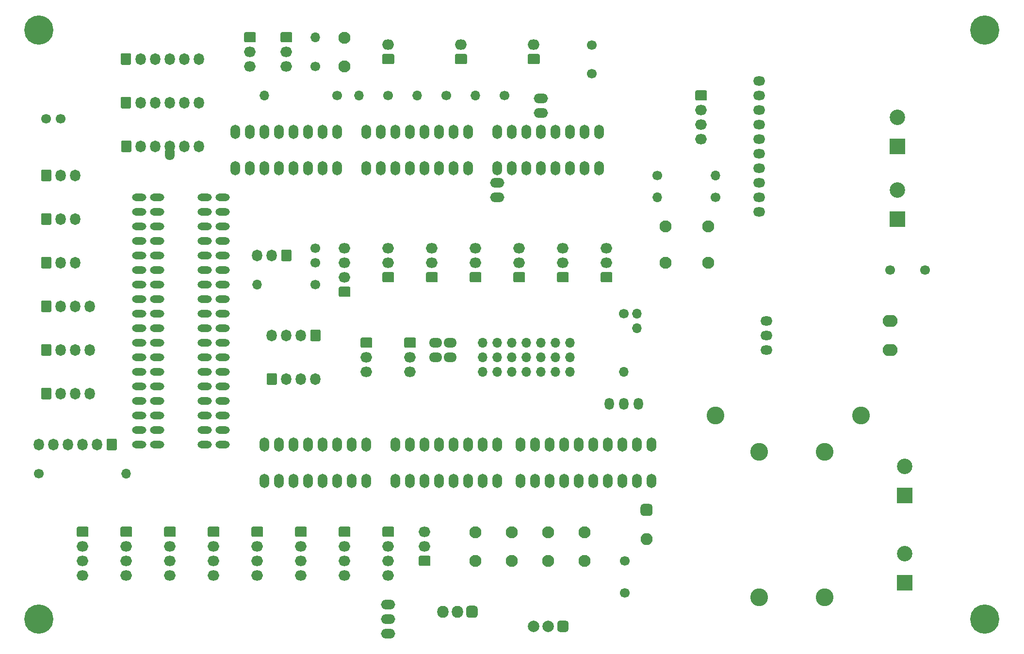
<source format=gbs>
G04 #@! TF.GenerationSoftware,KiCad,Pcbnew,(5.1.6)-1*
G04 #@! TF.CreationDate,2021-05-04T08:31:33+05:30*
G04 #@! TF.ProjectId,PCB board,50434220-626f-4617-9264-2e6b69636164,rev?*
G04 #@! TF.SameCoordinates,Original*
G04 #@! TF.FileFunction,Soldermask,Bot*
G04 #@! TF.FilePolarity,Negative*
%FSLAX46Y46*%
G04 Gerber Fmt 4.6, Leading zero omitted, Abs format (unit mm)*
G04 Created by KiCad (PCBNEW (5.1.6)-1) date 2021-05-04 08:31:33*
%MOMM*%
%LPD*%
G01*
G04 APERTURE LIST*
%ADD10O,1.700000X2.300000*%
%ADD11O,2.300000X1.700000*%
%ADD12O,2.500000X1.300000*%
%ADD13O,2.100000X1.624000*%
%ADD14C,3.100000*%
%ADD15O,1.700000X1.700000*%
%ADD16O,2.100000X1.800000*%
%ADD17O,2.100000X2.100000*%
%ADD18C,2.100000*%
%ADD19O,2.005000X2.100000*%
%ADD20C,2.000000*%
%ADD21O,1.624000X2.100000*%
%ADD22C,1.700000*%
%ADD23O,1.700000X2.500000*%
%ADD24O,1.800000X2.050000*%
%ADD25R,2.700000X2.700000*%
%ADD26C,2.700000*%
%ADD27C,5.100000*%
%ADD28O,2.050000X1.800000*%
%ADD29O,2.500000X1.700000*%
%ADD30O,2.600000X2.100000*%
G04 APERTURE END LIST*
D10*
X77470000Y-64770000D03*
D11*
X126365000Y-100330000D03*
X123825000Y-100330000D03*
X123825000Y-97790000D03*
X126365000Y-97790000D03*
D12*
X72090000Y-115570000D03*
X72090000Y-113030000D03*
X72090000Y-110490000D03*
X72090000Y-107950000D03*
X72090000Y-105410000D03*
X72090000Y-102870000D03*
X72090000Y-100330000D03*
X72090000Y-97790000D03*
X72090000Y-95250000D03*
X72090000Y-92710000D03*
X72090000Y-90170000D03*
X72090000Y-87630000D03*
X72090000Y-85090000D03*
X72090000Y-82550000D03*
X72090000Y-80010000D03*
X72090000Y-77470000D03*
X72090000Y-74930000D03*
X72090000Y-72390000D03*
X75230000Y-115570000D03*
X75230000Y-113030000D03*
X75230000Y-110490000D03*
X75230000Y-107950000D03*
X75230000Y-105410000D03*
X75230000Y-102870000D03*
X75230000Y-100330000D03*
X75230000Y-97790000D03*
X75230000Y-95250000D03*
X75230000Y-92710000D03*
X75230000Y-90170000D03*
X75230000Y-87630000D03*
X75230000Y-85090000D03*
X75230000Y-82550000D03*
X75230000Y-80010000D03*
X75230000Y-77470000D03*
X75230000Y-74930000D03*
X75230000Y-72390000D03*
X83520000Y-115570000D03*
X83520000Y-113030000D03*
X83520000Y-110490000D03*
X83520000Y-107950000D03*
X83520000Y-105410000D03*
X83520000Y-102870000D03*
X83520000Y-100330000D03*
X83520000Y-97790000D03*
X83520000Y-95250000D03*
X83520000Y-92710000D03*
X83520000Y-90170000D03*
X83520000Y-87630000D03*
X83520000Y-85090000D03*
X83520000Y-82550000D03*
X83520000Y-80010000D03*
X83520000Y-77470000D03*
X83520000Y-74930000D03*
X83520000Y-72390000D03*
X86660000Y-115570000D03*
X86660000Y-113030000D03*
X86660000Y-110490000D03*
X86660000Y-107950000D03*
X86660000Y-105410000D03*
X86660000Y-102870000D03*
X86660000Y-100330000D03*
X86660000Y-97790000D03*
X86660000Y-95250000D03*
X86660000Y-92710000D03*
X86660000Y-90170000D03*
X86660000Y-87630000D03*
X86660000Y-85090000D03*
X86660000Y-82550000D03*
X86660000Y-80010000D03*
X86660000Y-77470000D03*
X86660000Y-74930000D03*
X86660000Y-72390000D03*
D13*
X180340000Y-74930000D03*
X180340000Y-72390000D03*
X180340000Y-69850000D03*
X180340000Y-67310000D03*
X180340000Y-64770000D03*
X180340000Y-62230000D03*
X180340000Y-59690000D03*
X180340000Y-57150000D03*
X180340000Y-54610000D03*
X180340000Y-52070000D03*
D14*
X172720000Y-110490000D03*
X198120000Y-110490000D03*
X191770000Y-142240000D03*
X191770000Y-116840000D03*
X180340000Y-142240000D03*
X180340000Y-116840000D03*
D15*
X159004000Y-92710000D03*
G36*
G01*
X116355400Y-49160000D02*
X114784600Y-49160000D01*
G75*
G02*
X114520000Y-48895400I0J264600D01*
G01*
X114520000Y-47624600D01*
G75*
G02*
X114784600Y-47360000I264600J0D01*
G01*
X116355400Y-47360000D01*
G75*
G02*
X116620000Y-47624600I0J-264600D01*
G01*
X116620000Y-48895400D01*
G75*
G02*
X116355400Y-49160000I-264600J0D01*
G01*
G37*
D16*
X115570000Y-45760000D03*
G36*
G01*
X129055400Y-49160000D02*
X127484600Y-49160000D01*
G75*
G02*
X127220000Y-48895400I0J264600D01*
G01*
X127220000Y-47624600D01*
G75*
G02*
X127484600Y-47360000I264600J0D01*
G01*
X129055400Y-47360000D01*
G75*
G02*
X129320000Y-47624600I0J-264600D01*
G01*
X129320000Y-48895400D01*
G75*
G02*
X129055400Y-49160000I-264600J0D01*
G01*
G37*
X128270000Y-45760000D03*
G36*
G01*
X141755400Y-49160000D02*
X140184600Y-49160000D01*
G75*
G02*
X139920000Y-48895400I0J264600D01*
G01*
X139920000Y-47624600D01*
G75*
G02*
X140184600Y-47360000I264600J0D01*
G01*
X141755400Y-47360000D01*
G75*
G02*
X142020000Y-47624600I0J-264600D01*
G01*
X142020000Y-48895400D01*
G75*
G02*
X141755400Y-49160000I-264600J0D01*
G01*
G37*
X140970000Y-45760000D03*
G36*
G01*
X160130000Y-125950000D02*
X161180000Y-125950000D01*
G75*
G02*
X161705000Y-126475000I0J-525000D01*
G01*
X161705000Y-127525000D01*
G75*
G02*
X161180000Y-128050000I-525000J0D01*
G01*
X160130000Y-128050000D01*
G75*
G02*
X159605000Y-127525000I0J525000D01*
G01*
X159605000Y-126475000D01*
G75*
G02*
X160130000Y-125950000I525000J0D01*
G01*
G37*
D17*
X160655000Y-132080000D03*
D18*
X130810000Y-130890000D03*
X130810000Y-135890000D03*
X137160000Y-135890000D03*
X137160000Y-130890000D03*
X143510000Y-135890000D03*
X143510000Y-130890000D03*
X149860000Y-130890000D03*
X149860000Y-135890000D03*
G36*
G01*
X131177500Y-144231250D02*
X131177500Y-145328750D01*
G75*
G02*
X130676250Y-145830000I-501250J0D01*
G01*
X129673750Y-145830000D01*
G75*
G02*
X129172500Y-145328750I0J501250D01*
G01*
X129172500Y-144231250D01*
G75*
G02*
X129673750Y-143730000I501250J0D01*
G01*
X130676250Y-143730000D01*
G75*
G02*
X131177500Y-144231250I0J-501250D01*
G01*
G37*
D19*
X127635000Y-144780000D03*
X125095000Y-144780000D03*
D20*
X143510000Y-147320000D03*
G36*
G01*
X147050000Y-146820000D02*
X147050000Y-147820000D01*
G75*
G02*
X146550000Y-148320000I-500000J0D01*
G01*
X145550000Y-148320000D01*
G75*
G02*
X145050000Y-147820000I0J500000D01*
G01*
X145050000Y-146820000D01*
G75*
G02*
X145550000Y-146320000I500000J0D01*
G01*
X146550000Y-146320000D01*
G75*
G02*
X147050000Y-146820000I0J-500000D01*
G01*
G37*
X140970000Y-147320000D03*
D15*
X159004000Y-95250000D03*
D21*
X156718000Y-108458000D03*
X154178000Y-108458000D03*
X159258000Y-108458000D03*
D22*
X54610000Y-120650000D03*
D15*
X69850000Y-120650000D03*
D22*
X156845000Y-141478000D03*
X156845000Y-135890000D03*
D23*
X111760000Y-67310000D03*
X114300000Y-67310000D03*
X116840000Y-67310000D03*
X119380000Y-67310000D03*
X121920000Y-67310000D03*
X124460000Y-67310000D03*
X127000000Y-67310000D03*
X129540000Y-67310000D03*
G36*
G01*
X68210000Y-114809706D02*
X68210000Y-116330294D01*
G75*
G02*
X67945294Y-116595000I-264706J0D01*
G01*
X66674706Y-116595000D01*
G75*
G02*
X66410000Y-116330294I0J264706D01*
G01*
X66410000Y-114809706D01*
G75*
G02*
X66674706Y-114545000I264706J0D01*
G01*
X67945294Y-114545000D01*
G75*
G02*
X68210000Y-114809706I0J-264706D01*
G01*
G37*
D24*
X64770000Y-115570000D03*
X62230000Y-115570000D03*
X59690000Y-115570000D03*
X57150000Y-115570000D03*
X54610000Y-115570000D03*
G36*
G01*
X54980000Y-107440294D02*
X54980000Y-105919706D01*
G75*
G02*
X55244706Y-105655000I264706J0D01*
G01*
X56515294Y-105655000D01*
G75*
G02*
X56780000Y-105919706I0J-264706D01*
G01*
X56780000Y-107440294D01*
G75*
G02*
X56515294Y-107705000I-264706J0D01*
G01*
X55244706Y-107705000D01*
G75*
G02*
X54980000Y-107440294I0J264706D01*
G01*
G37*
X58420000Y-106680000D03*
X60960000Y-106680000D03*
X63500000Y-106680000D03*
G36*
G01*
X54980000Y-99820294D02*
X54980000Y-98299706D01*
G75*
G02*
X55244706Y-98035000I264706J0D01*
G01*
X56515294Y-98035000D01*
G75*
G02*
X56780000Y-98299706I0J-264706D01*
G01*
X56780000Y-99820294D01*
G75*
G02*
X56515294Y-100085000I-264706J0D01*
G01*
X55244706Y-100085000D01*
G75*
G02*
X54980000Y-99820294I0J264706D01*
G01*
G37*
X58420000Y-99060000D03*
X60960000Y-99060000D03*
X63500000Y-99060000D03*
D22*
X203200000Y-85090000D03*
X209296000Y-85090000D03*
D25*
X205740000Y-124460000D03*
D26*
X205740000Y-119380000D03*
D27*
X219710000Y-43180000D03*
X54610000Y-43180000D03*
X219710000Y-146050000D03*
X54610000Y-146050000D03*
D22*
X106680000Y-54610000D03*
D15*
X93980000Y-54610000D03*
D23*
X152400000Y-67310000D03*
X149860000Y-67310000D03*
X147320000Y-67310000D03*
X144780000Y-67310000D03*
X142240000Y-67310000D03*
X139700000Y-67310000D03*
X137160000Y-67310000D03*
X134620000Y-67310000D03*
X88900000Y-60960000D03*
X91440000Y-60960000D03*
X93980000Y-60960000D03*
X96520000Y-60960000D03*
X99060000Y-60960000D03*
X101600000Y-60960000D03*
X104140000Y-60960000D03*
X106680000Y-60960000D03*
X134620000Y-60960000D03*
X137160000Y-60960000D03*
X139700000Y-60960000D03*
X142240000Y-60960000D03*
X144780000Y-60960000D03*
X147320000Y-60960000D03*
X149860000Y-60960000D03*
X152400000Y-60960000D03*
X129540000Y-60960000D03*
X127000000Y-60960000D03*
X124460000Y-60960000D03*
X121920000Y-60960000D03*
X119380000Y-60960000D03*
X116840000Y-60960000D03*
X114300000Y-60960000D03*
X111760000Y-60960000D03*
X106680000Y-67310000D03*
X104140000Y-67310000D03*
X101600000Y-67310000D03*
X99060000Y-67310000D03*
X96520000Y-67310000D03*
X93980000Y-67310000D03*
X91440000Y-67310000D03*
X88900000Y-67310000D03*
X161544000Y-121920000D03*
X159004000Y-121920000D03*
X156464000Y-121920000D03*
X153924000Y-121920000D03*
X151384000Y-121920000D03*
X148844000Y-121920000D03*
X146304000Y-121920000D03*
X143764000Y-121920000D03*
X141224000Y-121920000D03*
X138684000Y-121920000D03*
X134620000Y-121920000D03*
X132080000Y-121920000D03*
X129540000Y-121920000D03*
X127000000Y-121920000D03*
X124460000Y-121920000D03*
X121920000Y-121920000D03*
X119380000Y-121920000D03*
X116840000Y-121920000D03*
X111760000Y-121920000D03*
X109220000Y-121920000D03*
X106680000Y-121920000D03*
X104140000Y-121920000D03*
X101600000Y-121920000D03*
X99060000Y-121920000D03*
X96520000Y-121920000D03*
X93980000Y-121920000D03*
X138684000Y-115570000D03*
X141224000Y-115570000D03*
X143764000Y-115570000D03*
X146304000Y-115570000D03*
X148844000Y-115570000D03*
X151384000Y-115570000D03*
X153924000Y-115570000D03*
X156464000Y-115570000D03*
X159004000Y-115570000D03*
X161544000Y-115570000D03*
X116840000Y-115570000D03*
X119380000Y-115570000D03*
X121920000Y-115570000D03*
X124460000Y-115570000D03*
X127000000Y-115570000D03*
X129540000Y-115570000D03*
X132080000Y-115570000D03*
X134620000Y-115570000D03*
X93980000Y-115570000D03*
X96520000Y-115570000D03*
X99060000Y-115570000D03*
X101600000Y-115570000D03*
X104140000Y-115570000D03*
X106680000Y-115570000D03*
X109220000Y-115570000D03*
X111760000Y-115570000D03*
D26*
X204470000Y-71120000D03*
D25*
X204470000Y-76200000D03*
X204470000Y-63500000D03*
D26*
X204470000Y-58420000D03*
D22*
X102870000Y-87630000D03*
D15*
X92710000Y-87630000D03*
X120650000Y-54610000D03*
D22*
X125730000Y-54610000D03*
X115570000Y-54610000D03*
D15*
X110490000Y-54610000D03*
D22*
X135890000Y-54610000D03*
D15*
X130810000Y-54610000D03*
D26*
X205740000Y-134620000D03*
D25*
X205740000Y-139700000D03*
D22*
X162560000Y-68580000D03*
D15*
X172720000Y-68580000D03*
X162560000Y-72390000D03*
D22*
X172720000Y-72390000D03*
D18*
X163950000Y-83820000D03*
X171450000Y-83820000D03*
X171444999Y-77470000D03*
X163944999Y-77470000D03*
X107950000Y-49530000D03*
X107950000Y-44530000D03*
G36*
G01*
X54980000Y-92200294D02*
X54980000Y-90679706D01*
G75*
G02*
X55244706Y-90415000I264706J0D01*
G01*
X56515294Y-90415000D01*
G75*
G02*
X56780000Y-90679706I0J-264706D01*
G01*
X56780000Y-92200294D01*
G75*
G02*
X56515294Y-92465000I-264706J0D01*
G01*
X55244706Y-92465000D01*
G75*
G02*
X54980000Y-92200294I0J264706D01*
G01*
G37*
D24*
X58420000Y-91440000D03*
X60960000Y-91440000D03*
X63500000Y-91440000D03*
G36*
G01*
X54980000Y-84580294D02*
X54980000Y-83059706D01*
G75*
G02*
X55244706Y-82795000I264706J0D01*
G01*
X56515294Y-82795000D01*
G75*
G02*
X56780000Y-83059706I0J-264706D01*
G01*
X56780000Y-84580294D01*
G75*
G02*
X56515294Y-84845000I-264706J0D01*
G01*
X55244706Y-84845000D01*
G75*
G02*
X54980000Y-84580294I0J264706D01*
G01*
G37*
X58420000Y-83820000D03*
X60960000Y-83820000D03*
G36*
G01*
X54980000Y-76960294D02*
X54980000Y-75439706D01*
G75*
G02*
X55244706Y-75175000I264706J0D01*
G01*
X56515294Y-75175000D01*
G75*
G02*
X56780000Y-75439706I0J-264706D01*
G01*
X56780000Y-76960294D01*
G75*
G02*
X56515294Y-77225000I-264706J0D01*
G01*
X55244706Y-77225000D01*
G75*
G02*
X54980000Y-76960294I0J264706D01*
G01*
G37*
X58420000Y-76200000D03*
X60960000Y-76200000D03*
X60960000Y-68580000D03*
X58420000Y-68580000D03*
G36*
G01*
X54980000Y-69340294D02*
X54980000Y-67819706D01*
G75*
G02*
X55244706Y-67555000I264706J0D01*
G01*
X56515294Y-67555000D01*
G75*
G02*
X56780000Y-67819706I0J-264706D01*
G01*
X56780000Y-69340294D01*
G75*
G02*
X56515294Y-69605000I-264706J0D01*
G01*
X55244706Y-69605000D01*
G75*
G02*
X54980000Y-69340294I0J264706D01*
G01*
G37*
D28*
X97790000Y-49530000D03*
X97790000Y-46990000D03*
G36*
G01*
X97029706Y-43550000D02*
X98550294Y-43550000D01*
G75*
G02*
X98815000Y-43814706I0J-264706D01*
G01*
X98815000Y-45085294D01*
G75*
G02*
X98550294Y-45350000I-264706J0D01*
G01*
X97029706Y-45350000D01*
G75*
G02*
X96765000Y-45085294I0J264706D01*
G01*
X96765000Y-43814706D01*
G75*
G02*
X97029706Y-43550000I264706J0D01*
G01*
G37*
G36*
G01*
X90679706Y-43550000D02*
X92200294Y-43550000D01*
G75*
G02*
X92465000Y-43814706I0J-264706D01*
G01*
X92465000Y-45085294D01*
G75*
G02*
X92200294Y-45350000I-264706J0D01*
G01*
X90679706Y-45350000D01*
G75*
G02*
X90415000Y-45085294I0J264706D01*
G01*
X90415000Y-43814706D01*
G75*
G02*
X90679706Y-43550000I264706J0D01*
G01*
G37*
X91440000Y-46990000D03*
X91440000Y-49530000D03*
G36*
G01*
X98690000Y-81789706D02*
X98690000Y-83310294D01*
G75*
G02*
X98425294Y-83575000I-264706J0D01*
G01*
X97154706Y-83575000D01*
G75*
G02*
X96890000Y-83310294I0J264706D01*
G01*
X96890000Y-81789706D01*
G75*
G02*
X97154706Y-81525000I264706J0D01*
G01*
X98425294Y-81525000D01*
G75*
G02*
X98690000Y-81789706I0J-264706D01*
G01*
G37*
D24*
X95250000Y-82550000D03*
X92710000Y-82550000D03*
G36*
G01*
X108710294Y-89800000D02*
X107189706Y-89800000D01*
G75*
G02*
X106925000Y-89535294I0J264706D01*
G01*
X106925000Y-88264706D01*
G75*
G02*
X107189706Y-88000000I264706J0D01*
G01*
X108710294Y-88000000D01*
G75*
G02*
X108975000Y-88264706I0J-264706D01*
G01*
X108975000Y-89535294D01*
G75*
G02*
X108710294Y-89800000I-264706J0D01*
G01*
G37*
D28*
X107950000Y-86360000D03*
X107950000Y-83820000D03*
X107950000Y-81280000D03*
G36*
G01*
X116330294Y-87260000D02*
X114809706Y-87260000D01*
G75*
G02*
X114545000Y-86995294I0J264706D01*
G01*
X114545000Y-85724706D01*
G75*
G02*
X114809706Y-85460000I264706J0D01*
G01*
X116330294Y-85460000D01*
G75*
G02*
X116595000Y-85724706I0J-264706D01*
G01*
X116595000Y-86995294D01*
G75*
G02*
X116330294Y-87260000I-264706J0D01*
G01*
G37*
X115570000Y-83820000D03*
X115570000Y-81280000D03*
G36*
G01*
X154430294Y-87260000D02*
X152909706Y-87260000D01*
G75*
G02*
X152645000Y-86995294I0J264706D01*
G01*
X152645000Y-85724706D01*
G75*
G02*
X152909706Y-85460000I264706J0D01*
G01*
X154430294Y-85460000D01*
G75*
G02*
X154695000Y-85724706I0J-264706D01*
G01*
X154695000Y-86995294D01*
G75*
G02*
X154430294Y-87260000I-264706J0D01*
G01*
G37*
X153670000Y-83820000D03*
X153670000Y-81280000D03*
X146050000Y-81280000D03*
X146050000Y-83820000D03*
G36*
G01*
X146810294Y-87260000D02*
X145289706Y-87260000D01*
G75*
G02*
X145025000Y-86995294I0J264706D01*
G01*
X145025000Y-85724706D01*
G75*
G02*
X145289706Y-85460000I264706J0D01*
G01*
X146810294Y-85460000D01*
G75*
G02*
X147075000Y-85724706I0J-264706D01*
G01*
X147075000Y-86995294D01*
G75*
G02*
X146810294Y-87260000I-264706J0D01*
G01*
G37*
G36*
G01*
X139190294Y-87260000D02*
X137669706Y-87260000D01*
G75*
G02*
X137405000Y-86995294I0J264706D01*
G01*
X137405000Y-85724706D01*
G75*
G02*
X137669706Y-85460000I264706J0D01*
G01*
X139190294Y-85460000D01*
G75*
G02*
X139455000Y-85724706I0J-264706D01*
G01*
X139455000Y-86995294D01*
G75*
G02*
X139190294Y-87260000I-264706J0D01*
G01*
G37*
X138430000Y-83820000D03*
X138430000Y-81280000D03*
G36*
G01*
X131570294Y-87260000D02*
X130049706Y-87260000D01*
G75*
G02*
X129785000Y-86995294I0J264706D01*
G01*
X129785000Y-85724706D01*
G75*
G02*
X130049706Y-85460000I264706J0D01*
G01*
X131570294Y-85460000D01*
G75*
G02*
X131835000Y-85724706I0J-264706D01*
G01*
X131835000Y-86995294D01*
G75*
G02*
X131570294Y-87260000I-264706J0D01*
G01*
G37*
X130810000Y-83820000D03*
X130810000Y-81280000D03*
X123190000Y-81280000D03*
X123190000Y-83820000D03*
G36*
G01*
X123950294Y-87260000D02*
X122429706Y-87260000D01*
G75*
G02*
X122165000Y-86995294I0J264706D01*
G01*
X122165000Y-85724706D01*
G75*
G02*
X122429706Y-85460000I264706J0D01*
G01*
X123950294Y-85460000D01*
G75*
G02*
X124215000Y-85724706I0J-264706D01*
G01*
X124215000Y-86995294D01*
G75*
G02*
X123950294Y-87260000I-264706J0D01*
G01*
G37*
G36*
G01*
X169419706Y-53710000D02*
X170940294Y-53710000D01*
G75*
G02*
X171205000Y-53974706I0J-264706D01*
G01*
X171205000Y-55245294D01*
G75*
G02*
X170940294Y-55510000I-264706J0D01*
G01*
X169419706Y-55510000D01*
G75*
G02*
X169155000Y-55245294I0J264706D01*
G01*
X169155000Y-53974706D01*
G75*
G02*
X169419706Y-53710000I264706J0D01*
G01*
G37*
X170180000Y-57150000D03*
X170180000Y-59690000D03*
X170180000Y-62230000D03*
G36*
G01*
X103770000Y-95759706D02*
X103770000Y-97280294D01*
G75*
G02*
X103505294Y-97545000I-264706J0D01*
G01*
X102234706Y-97545000D01*
G75*
G02*
X101970000Y-97280294I0J264706D01*
G01*
X101970000Y-95759706D01*
G75*
G02*
X102234706Y-95495000I264706J0D01*
G01*
X103505294Y-95495000D01*
G75*
G02*
X103770000Y-95759706I0J-264706D01*
G01*
G37*
D24*
X100330000Y-96520000D03*
X97790000Y-96520000D03*
X95250000Y-96520000D03*
G36*
G01*
X94350000Y-104900294D02*
X94350000Y-103379706D01*
G75*
G02*
X94614706Y-103115000I264706J0D01*
G01*
X95885294Y-103115000D01*
G75*
G02*
X96150000Y-103379706I0J-264706D01*
G01*
X96150000Y-104900294D01*
G75*
G02*
X95885294Y-105165000I-264706J0D01*
G01*
X94614706Y-105165000D01*
G75*
G02*
X94350000Y-104900294I0J264706D01*
G01*
G37*
X97790000Y-104140000D03*
X100330000Y-104140000D03*
X102870000Y-104140000D03*
D28*
X111760000Y-102870000D03*
X111760000Y-100330000D03*
G36*
G01*
X110999706Y-96890000D02*
X112520294Y-96890000D01*
G75*
G02*
X112785000Y-97154706I0J-264706D01*
G01*
X112785000Y-98425294D01*
G75*
G02*
X112520294Y-98690000I-264706J0D01*
G01*
X110999706Y-98690000D01*
G75*
G02*
X110735000Y-98425294I0J264706D01*
G01*
X110735000Y-97154706D01*
G75*
G02*
X110999706Y-96890000I264706J0D01*
G01*
G37*
G36*
G01*
X118619706Y-96890000D02*
X120140294Y-96890000D01*
G75*
G02*
X120405000Y-97154706I0J-264706D01*
G01*
X120405000Y-98425294D01*
G75*
G02*
X120140294Y-98690000I-264706J0D01*
G01*
X118619706Y-98690000D01*
G75*
G02*
X118355000Y-98425294I0J264706D01*
G01*
X118355000Y-97154706D01*
G75*
G02*
X118619706Y-96890000I264706J0D01*
G01*
G37*
X119380000Y-100330000D03*
X119380000Y-102870000D03*
G36*
G01*
X122680294Y-136790000D02*
X121159706Y-136790000D01*
G75*
G02*
X120895000Y-136525294I0J264706D01*
G01*
X120895000Y-135254706D01*
G75*
G02*
X121159706Y-134990000I264706J0D01*
G01*
X122680294Y-134990000D01*
G75*
G02*
X122945000Y-135254706I0J-264706D01*
G01*
X122945000Y-136525294D01*
G75*
G02*
X122680294Y-136790000I-264706J0D01*
G01*
G37*
X121920000Y-133350000D03*
X121920000Y-130810000D03*
G36*
G01*
X84329706Y-129910000D02*
X85850294Y-129910000D01*
G75*
G02*
X86115000Y-130174706I0J-264706D01*
G01*
X86115000Y-131445294D01*
G75*
G02*
X85850294Y-131710000I-264706J0D01*
G01*
X84329706Y-131710000D01*
G75*
G02*
X84065000Y-131445294I0J264706D01*
G01*
X84065000Y-130174706D01*
G75*
G02*
X84329706Y-129910000I264706J0D01*
G01*
G37*
X85090000Y-133350000D03*
X85090000Y-135890000D03*
X85090000Y-138430000D03*
G36*
G01*
X76709706Y-129910000D02*
X78230294Y-129910000D01*
G75*
G02*
X78495000Y-130174706I0J-264706D01*
G01*
X78495000Y-131445294D01*
G75*
G02*
X78230294Y-131710000I-264706J0D01*
G01*
X76709706Y-131710000D01*
G75*
G02*
X76445000Y-131445294I0J264706D01*
G01*
X76445000Y-130174706D01*
G75*
G02*
X76709706Y-129910000I264706J0D01*
G01*
G37*
X77470000Y-133350000D03*
X77470000Y-135890000D03*
X77470000Y-138430000D03*
G36*
G01*
X69089706Y-129910000D02*
X70610294Y-129910000D01*
G75*
G02*
X70875000Y-130174706I0J-264706D01*
G01*
X70875000Y-131445294D01*
G75*
G02*
X70610294Y-131710000I-264706J0D01*
G01*
X69089706Y-131710000D01*
G75*
G02*
X68825000Y-131445294I0J264706D01*
G01*
X68825000Y-130174706D01*
G75*
G02*
X69089706Y-129910000I264706J0D01*
G01*
G37*
X69850000Y-133350000D03*
X69850000Y-135890000D03*
X69850000Y-138430000D03*
D22*
X58380000Y-58674000D03*
X55880000Y-58674000D03*
X102870000Y-83820000D03*
X102870000Y-81320000D03*
X151130000Y-50800000D03*
X151130000Y-45800000D03*
G36*
G01*
X61469706Y-129910000D02*
X62990294Y-129910000D01*
G75*
G02*
X63255000Y-130174706I0J-264706D01*
G01*
X63255000Y-131445294D01*
G75*
G02*
X62990294Y-131710000I-264706J0D01*
G01*
X61469706Y-131710000D01*
G75*
G02*
X61205000Y-131445294I0J264706D01*
G01*
X61205000Y-130174706D01*
G75*
G02*
X61469706Y-129910000I264706J0D01*
G01*
G37*
D28*
X62230000Y-133350000D03*
X62230000Y-135890000D03*
X62230000Y-138430000D03*
D29*
X115570000Y-148590000D03*
X115570000Y-146050000D03*
X115570000Y-143510000D03*
D22*
X156718000Y-92710000D03*
D15*
X156718000Y-102870000D03*
D29*
X134620000Y-69850000D03*
X134620000Y-72390000D03*
X142240000Y-57658000D03*
X142240000Y-55118000D03*
D30*
X203200000Y-99060000D03*
X203200000Y-93980000D03*
D13*
X181610000Y-96520000D03*
X181610000Y-93980000D03*
X181610000Y-99060000D03*
G36*
G01*
X99569706Y-129910001D02*
X101090294Y-129910001D01*
G75*
G02*
X101355000Y-130174707I0J-264706D01*
G01*
X101355000Y-131445295D01*
G75*
G02*
X101090294Y-131710001I-264706J0D01*
G01*
X99569706Y-131710001D01*
G75*
G02*
X99305000Y-131445295I0J264706D01*
G01*
X99305000Y-130174707D01*
G75*
G02*
X99569706Y-129910001I264706J0D01*
G01*
G37*
D28*
X100330000Y-133350001D03*
X100330000Y-135890001D03*
X100330000Y-138430001D03*
G36*
G01*
X91949706Y-129910000D02*
X93470294Y-129910000D01*
G75*
G02*
X93735000Y-130174706I0J-264706D01*
G01*
X93735000Y-131445294D01*
G75*
G02*
X93470294Y-131710000I-264706J0D01*
G01*
X91949706Y-131710000D01*
G75*
G02*
X91685000Y-131445294I0J264706D01*
G01*
X91685000Y-130174706D01*
G75*
G02*
X91949706Y-129910000I264706J0D01*
G01*
G37*
X92710000Y-133350000D03*
X92710000Y-135890000D03*
X92710000Y-138430000D03*
X107950000Y-138430000D03*
X107950000Y-135890000D03*
X107950000Y-133350000D03*
G36*
G01*
X107189706Y-129910000D02*
X108710294Y-129910000D01*
G75*
G02*
X108975000Y-130174706I0J-264706D01*
G01*
X108975000Y-131445294D01*
G75*
G02*
X108710294Y-131710000I-264706J0D01*
G01*
X107189706Y-131710000D01*
G75*
G02*
X106925000Y-131445294I0J264706D01*
G01*
X106925000Y-130174706D01*
G75*
G02*
X107189706Y-129910000I264706J0D01*
G01*
G37*
D15*
X132080000Y-102870000D03*
X132080000Y-100330000D03*
X132080000Y-97790000D03*
X134620000Y-97790000D03*
X134620000Y-100330000D03*
X134620000Y-102870000D03*
X137160000Y-102870000D03*
X137160000Y-100330000D03*
X137160000Y-97790000D03*
X139700000Y-102870000D03*
X139700000Y-100330000D03*
X139700000Y-97790000D03*
X142240000Y-97790000D03*
X142240000Y-100330000D03*
X142240000Y-102870000D03*
X144780000Y-102870000D03*
X144780000Y-100330000D03*
X144780000Y-97790000D03*
X147320000Y-102870000D03*
X147320000Y-100330000D03*
X147320000Y-97790000D03*
G36*
G01*
X114809706Y-129910000D02*
X116330294Y-129910000D01*
G75*
G02*
X116595000Y-130174706I0J-264706D01*
G01*
X116595000Y-131445294D01*
G75*
G02*
X116330294Y-131710000I-264706J0D01*
G01*
X114809706Y-131710000D01*
G75*
G02*
X114545000Y-131445294I0J264706D01*
G01*
X114545000Y-130174706D01*
G75*
G02*
X114809706Y-129910000I264706J0D01*
G01*
G37*
D28*
X115570000Y-133350000D03*
X115570000Y-135890000D03*
X115570000Y-138430000D03*
D22*
X102870000Y-49530000D03*
D15*
X102870000Y-44450000D03*
G36*
G01*
X68877001Y-49020294D02*
X68877001Y-47499706D01*
G75*
G02*
X69141707Y-47235000I264706J0D01*
G01*
X70412295Y-47235000D01*
G75*
G02*
X70677001Y-47499706I0J-264706D01*
G01*
X70677001Y-49020294D01*
G75*
G02*
X70412295Y-49285000I-264706J0D01*
G01*
X69141707Y-49285000D01*
G75*
G02*
X68877001Y-49020294I0J264706D01*
G01*
G37*
D24*
X72317001Y-48260000D03*
X74857001Y-48260000D03*
X77397001Y-48260000D03*
X79937001Y-48260000D03*
X82477001Y-48260000D03*
X82477001Y-55880000D03*
X79937001Y-55880000D03*
X77397001Y-55880000D03*
X74857001Y-55880000D03*
X72317001Y-55880000D03*
G36*
G01*
X68877001Y-56640294D02*
X68877001Y-55119706D01*
G75*
G02*
X69141707Y-54855000I264706J0D01*
G01*
X70412295Y-54855000D01*
G75*
G02*
X70677001Y-55119706I0J-264706D01*
G01*
X70677001Y-56640294D01*
G75*
G02*
X70412295Y-56905000I-264706J0D01*
G01*
X69141707Y-56905000D01*
G75*
G02*
X68877001Y-56640294I0J264706D01*
G01*
G37*
G36*
G01*
X68950000Y-64260294D02*
X68950000Y-62739706D01*
G75*
G02*
X69214706Y-62475000I264706J0D01*
G01*
X70485294Y-62475000D01*
G75*
G02*
X70750000Y-62739706I0J-264706D01*
G01*
X70750000Y-64260294D01*
G75*
G02*
X70485294Y-64525000I-264706J0D01*
G01*
X69214706Y-64525000D01*
G75*
G02*
X68950000Y-64260294I0J264706D01*
G01*
G37*
X72390000Y-63500000D03*
X74930000Y-63500000D03*
X77470000Y-63500000D03*
X80010000Y-63500000D03*
X82550000Y-63500000D03*
M02*

</source>
